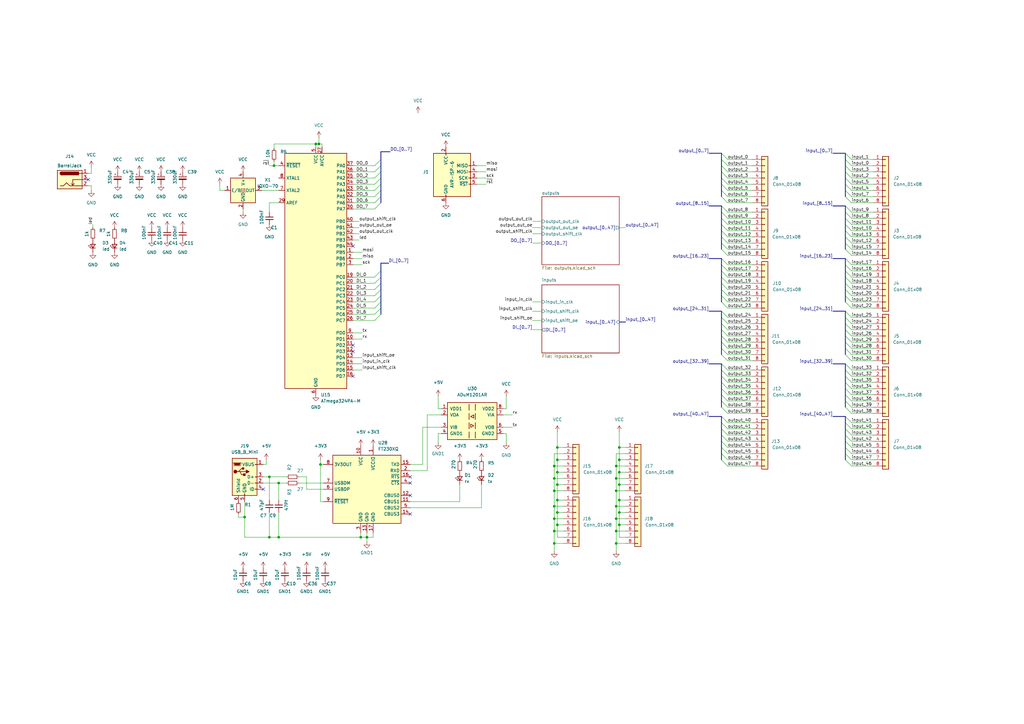
<source format=kicad_sch>
(kicad_sch (version 20211123) (generator eeschema)
  (paper "A3")
  (junction (at 227.33 191.135))
  (junction (at 227.33 217.805))
  (junction (at 252.73 222.885))
  (junction (at 252.73 207.645))
  (junction (at 252.73 212.725))
  (junction (at 254 193.675))
  (junction (at 228.6 193.675))
  (junction (at 110.49 195.58))
  (junction (at 112.395 67.945))
  (junction (at 147.955 220.345))
  (junction (at 227.33 212.725))
  (junction (at 228.6 198.755))
  (junction (at 114.3 220.345))
  (junction (at 228.6 188.595))
  (junction (at 254 215.265))
  (junction (at 254 210.185))
  (junction (at 254 205.105))
  (junction (at 227.33 222.885))
  (junction (at 228.6 205.105))
  (junction (at 129.54 59.055))
  (junction (at 114.3 198.12))
  (junction (at 227.33 207.645))
  (junction (at 254 188.595))
  (junction (at 131.445 190.5))
  (junction (at 252.73 196.215))
  (junction (at 227.33 196.215))
  (junction (at 227.33 201.295))
  (junction (at 228.6 210.185))
  (junction (at 228.6 183.515))
  (junction (at 254 198.755))
  (junction (at 110.49 220.345))
  (junction (at 252.73 201.295))
  (junction (at 254 183.515))
  (junction (at 252.73 217.805))
  (junction (at 252.73 191.135))
  (junction (at 150.495 220.345))
  (junction (at 228.6 215.265))
  (junction (at 100.33 212.09))
  (junction (at 130.81 59.055))
  (no_connect (at 168.275 195.58))
  (no_connect (at 168.275 198.12))
  (no_connect (at 36.195 73.66))
  (no_connect (at 107.95 200.66))
  (no_connect (at 144.78 154.305))
  (no_connect (at 144.78 100.965))
  (no_connect (at 144.78 144.145))
  (no_connect (at 144.78 141.605))
  (no_connect (at 168.275 210.82))
  (no_connect (at 168.275 203.2))
  (bus_entry (at 295.91 137.795) (size 2.54 2.54))
  (bus_entry (at 153.67 83.185) (size 2.54 -2.54))
  (bus_entry (at 295.91 70.485) (size 2.54 2.54))
  (bus_entry (at 153.67 128.905) (size 2.54 -2.54))
  (bus_entry (at 295.91 97.155) (size 2.54 2.54))
  (bus_entry (at 295.91 167.005) (size 2.54 2.54))
  (bus_entry (at 346.71 156.845) (size 2.54 2.54))
  (bus_entry (at 346.71 142.875) (size 2.54 2.54))
  (bus_entry (at 295.91 161.925) (size 2.54 2.54))
  (bus_entry (at 346.71 99.695) (size 2.54 2.54))
  (bus_entry (at 295.91 62.865) (size 2.54 2.54))
  (bus_entry (at 295.91 178.435) (size 2.54 2.54))
  (bus_entry (at 346.71 145.415) (size 2.54 2.54))
  (bus_entry (at 295.91 75.565) (size 2.54 2.54))
  (bus_entry (at 295.91 99.695) (size 2.54 2.54))
  (bus_entry (at 346.71 135.255) (size 2.54 2.54))
  (bus_entry (at 346.71 159.385) (size 2.54 2.54))
  (bus_entry (at 295.91 154.305) (size 2.54 2.54))
  (bus_entry (at 346.71 137.795) (size 2.54 2.54))
  (bus_entry (at 153.67 85.725) (size 2.54 -2.54))
  (bus_entry (at 153.67 73.025) (size 2.54 -2.54))
  (bus_entry (at 295.91 145.415) (size 2.54 2.54))
  (bus_entry (at 295.91 151.765) (size 2.54 2.54))
  (bus_entry (at 346.71 106.045) (size 2.54 2.54))
  (bus_entry (at 153.67 75.565) (size 2.54 -2.54))
  (bus_entry (at 153.67 80.645) (size 2.54 -2.54))
  (bus_entry (at 346.71 154.305) (size 2.54 2.54))
  (bus_entry (at 346.71 180.975) (size 2.54 2.54))
  (bus_entry (at 295.91 156.845) (size 2.54 2.54))
  (bus_entry (at 346.71 167.005) (size 2.54 2.54))
  (bus_entry (at 153.67 121.285) (size 2.54 -2.54))
  (bus_entry (at 295.91 142.875) (size 2.54 2.54))
  (bus_entry (at 346.71 127.635) (size 2.54 2.54))
  (bus_entry (at 346.71 111.125) (size 2.54 2.54))
  (bus_entry (at 295.91 175.895) (size 2.54 2.54))
  (bus_entry (at 346.71 80.645) (size 2.54 2.54))
  (bus_entry (at 295.91 188.595) (size 2.54 2.54))
  (bus_entry (at 295.91 84.455) (size 2.54 2.54))
  (bus_entry (at 295.91 106.045) (size 2.54 2.54))
  (bus_entry (at 295.91 123.825) (size 2.54 2.54))
  (bus_entry (at 295.91 73.025) (size 2.54 2.54))
  (bus_entry (at 346.71 65.405) (size 2.54 2.54))
  (bus_entry (at 346.71 140.335) (size 2.54 2.54))
  (bus_entry (at 295.91 89.535) (size 2.54 2.54))
  (bus_entry (at 295.91 92.075) (size 2.54 2.54))
  (bus_entry (at 346.71 75.565) (size 2.54 2.54))
  (bus_entry (at 346.71 118.745) (size 2.54 2.54))
  (bus_entry (at 346.71 102.235) (size 2.54 2.54))
  (bus_entry (at 346.71 132.715) (size 2.54 2.54))
  (bus_entry (at 295.91 130.175) (size 2.54 2.54))
  (bus_entry (at 295.91 86.995) (size 2.54 2.54))
  (bus_entry (at 295.91 116.205) (size 2.54 2.54))
  (bus_entry (at 346.71 149.225) (size 2.54 2.54))
  (bus_entry (at 346.71 94.615) (size 2.54 2.54))
  (bus_entry (at 153.67 118.745) (size 2.54 -2.54))
  (bus_entry (at 153.67 70.485) (size 2.54 -2.54))
  (bus_entry (at 295.91 170.815) (size 2.54 2.54))
  (bus_entry (at 346.71 121.285) (size 2.54 2.54))
  (bus_entry (at 153.67 67.945) (size 2.54 -2.54))
  (bus_entry (at 346.71 86.995) (size 2.54 2.54))
  (bus_entry (at 346.71 73.025) (size 2.54 2.54))
  (bus_entry (at 295.91 127.635) (size 2.54 2.54))
  (bus_entry (at 295.91 180.975) (size 2.54 2.54))
  (bus_entry (at 295.91 80.645) (size 2.54 2.54))
  (bus_entry (at 295.91 121.285) (size 2.54 2.54))
  (bus_entry (at 346.71 130.175) (size 2.54 2.54))
  (bus_entry (at 295.91 113.665) (size 2.54 2.54))
  (bus_entry (at 295.91 111.125) (size 2.54 2.54))
  (bus_entry (at 295.91 65.405) (size 2.54 2.54))
  (bus_entry (at 346.71 84.455) (size 2.54 2.54))
  (bus_entry (at 346.71 62.865) (size 2.54 2.54))
  (bus_entry (at 295.91 94.615) (size 2.54 2.54))
  (bus_entry (at 295.91 78.105) (size 2.54 2.54))
  (bus_entry (at 346.71 164.465) (size 2.54 2.54))
  (bus_entry (at 346.71 161.925) (size 2.54 2.54))
  (bus_entry (at 295.91 108.585) (size 2.54 2.54))
  (bus_entry (at 153.67 131.445) (size 2.54 -2.54))
  (bus_entry (at 295.91 164.465) (size 2.54 2.54))
  (bus_entry (at 346.71 89.535) (size 2.54 2.54))
  (bus_entry (at 295.91 102.235) (size 2.54 2.54))
  (bus_entry (at 346.71 151.765) (size 2.54 2.54))
  (bus_entry (at 346.71 183.515) (size 2.54 2.54))
  (bus_entry (at 346.71 175.895) (size 2.54 2.54))
  (bus_entry (at 295.91 118.745) (size 2.54 2.54))
  (bus_entry (at 295.91 132.715) (size 2.54 2.54))
  (bus_entry (at 153.67 113.665) (size 2.54 -2.54))
  (bus_entry (at 346.71 67.945) (size 2.54 2.54))
  (bus_entry (at 346.71 116.205) (size 2.54 2.54))
  (bus_entry (at 346.71 92.075) (size 2.54 2.54))
  (bus_entry (at 295.91 159.385) (size 2.54 2.54))
  (bus_entry (at 295.91 186.055) (size 2.54 2.54))
  (bus_entry (at 153.67 116.205) (size 2.54 -2.54))
  (bus_entry (at 346.71 188.595) (size 2.54 2.54))
  (bus_entry (at 346.71 123.825) (size 2.54 2.54))
  (bus_entry (at 346.71 108.585) (size 2.54 2.54))
  (bus_entry (at 153.67 78.105) (size 2.54 -2.54))
  (bus_entry (at 295.91 183.515) (size 2.54 2.54))
  (bus_entry (at 295.91 135.255) (size 2.54 2.54))
  (bus_entry (at 346.71 70.485) (size 2.54 2.54))
  (bus_entry (at 153.67 123.825) (size 2.54 -2.54))
  (bus_entry (at 153.67 126.365) (size 2.54 -2.54))
  (bus_entry (at 295.91 140.335) (size 2.54 2.54))
  (bus_entry (at 295.91 173.355) (size 2.54 2.54))
  (bus_entry (at 346.71 186.055) (size 2.54 2.54))
  (bus_entry (at 346.71 173.355) (size 2.54 2.54))
  (bus_entry (at 346.71 113.665) (size 2.54 2.54))
  (bus_entry (at 295.91 149.225) (size 2.54 2.54))
  (bus_entry (at 346.71 97.155) (size 2.54 2.54))
  (bus_entry (at 346.71 78.105) (size 2.54 2.54))
  (bus_entry (at 346.71 170.815) (size 2.54 2.54))
  (bus_entry (at 295.91 67.945) (size 2.54 2.54))
  (bus_entry (at 346.71 178.435) (size 2.54 2.54))
  (bus (pts (xy 346.71 151.765) (xy 346.71 149.225)))
  (bus (pts (xy 295.91 67.945) (xy 295.91 65.405)))
  (wire (pts (xy 298.45 137.795) (xy 308.61 137.795)))
  (wire (pts (xy 150.495 218.44) (xy 150.495 220.345)))
  (wire (pts (xy 144.78 93.345) (xy 147.32 93.345)))
  (bus (pts (xy 346.71 97.155) (xy 346.71 94.615)))
  (wire (pts (xy 349.25 113.665) (xy 358.14 113.665)))
  (wire (pts (xy 227.33 201.295) (xy 231.14 201.295)))
  (wire (pts (xy 131.445 205.74) (xy 132.715 205.74)))
  (bus (pts (xy 295.91 145.415) (xy 295.91 142.875)))
  (wire (pts (xy 349.25 75.565) (xy 358.14 75.565)))
  (wire (pts (xy 147.955 218.44) (xy 147.955 220.345)))
  (wire (pts (xy 252.73 207.645) (xy 252.73 212.725)))
  (wire (pts (xy 207.645 167.64) (xy 206.375 167.64)))
  (wire (pts (xy 195.58 67.945) (xy 199.39 67.945)))
  (wire (pts (xy 218.44 93.345) (xy 222.25 93.345)))
  (bus (pts (xy 290.83 149.225) (xy 295.91 149.225)))
  (wire (pts (xy 228.6 215.265) (xy 228.6 220.345)))
  (bus (pts (xy 156.21 123.825) (xy 156.21 121.285)))
  (bus (pts (xy 346.71 135.255) (xy 346.71 132.715)))
  (wire (pts (xy 298.45 169.545) (xy 308.61 169.545)))
  (bus (pts (xy 346.71 140.335) (xy 346.71 137.795)))
  (wire (pts (xy 349.25 147.955) (xy 358.14 147.955)))
  (wire (pts (xy 36.195 76.2) (xy 37.465 76.2)))
  (wire (pts (xy 227.33 196.215) (xy 231.14 196.215)))
  (wire (pts (xy 144.78 75.565) (xy 153.67 75.565)))
  (bus (pts (xy 341.63 106.045) (xy 346.71 106.045)))
  (wire (pts (xy 254 215.265) (xy 254 220.345)))
  (wire (pts (xy 112.395 59.055) (xy 112.395 60.96)))
  (wire (pts (xy 144.78 95.885) (xy 147.32 95.885)))
  (wire (pts (xy 298.45 89.535) (xy 308.61 89.535)))
  (wire (pts (xy 228.6 210.185) (xy 231.14 210.185)))
  (wire (pts (xy 227.33 191.135) (xy 227.33 196.215)))
  (wire (pts (xy 349.25 159.385) (xy 358.14 159.385)))
  (wire (pts (xy 349.25 161.925) (xy 358.14 161.925)))
  (wire (pts (xy 252.73 196.215) (xy 256.54 196.215)))
  (wire (pts (xy 254 183.515) (xy 254 188.595)))
  (wire (pts (xy 298.45 118.745) (xy 308.61 118.745)))
  (wire (pts (xy 150.495 220.345) (xy 153.035 220.345)))
  (wire (pts (xy 298.45 83.185) (xy 308.61 83.185)))
  (wire (pts (xy 298.45 108.585) (xy 308.61 108.585)))
  (wire (pts (xy 349.25 118.745) (xy 358.14 118.745)))
  (wire (pts (xy 107.315 78.105) (xy 114.3 78.105)))
  (wire (pts (xy 349.25 108.585) (xy 358.14 108.585)))
  (wire (pts (xy 252.73 201.295) (xy 256.54 201.295)))
  (wire (pts (xy 254 205.105) (xy 256.54 205.105)))
  (wire (pts (xy 122.555 198.12) (xy 132.715 198.12)))
  (bus (pts (xy 156.21 75.565) (xy 156.21 73.025)))
  (wire (pts (xy 254 220.345) (xy 256.54 220.345)))
  (wire (pts (xy 349.25 175.895) (xy 358.14 175.895)))
  (wire (pts (xy 349.25 173.355) (xy 358.14 173.355)))
  (wire (pts (xy 114.3 210.185) (xy 114.3 220.345)))
  (bus (pts (xy 295.91 183.515) (xy 295.91 180.975)))
  (wire (pts (xy 298.45 175.895) (xy 308.61 175.895)))
  (wire (pts (xy 218.44 127.635) (xy 222.25 127.635)))
  (wire (pts (xy 349.25 86.995) (xy 358.14 86.995)))
  (wire (pts (xy 144.78 113.665) (xy 153.67 113.665)))
  (wire (pts (xy 252.73 191.135) (xy 256.54 191.135)))
  (wire (pts (xy 100.33 205.74) (xy 100.33 212.09)))
  (wire (pts (xy 298.45 135.255) (xy 308.61 135.255)))
  (bus (pts (xy 295.91 123.825) (xy 295.91 121.285)))
  (wire (pts (xy 298.45 191.135) (xy 308.61 191.135)))
  (wire (pts (xy 109.22 188.595) (xy 109.22 190.5)))
  (bus (pts (xy 156.21 111.125) (xy 156.21 107.95)))
  (wire (pts (xy 231.14 207.645) (xy 227.33 207.645)))
  (wire (pts (xy 349.25 78.105) (xy 358.14 78.105)))
  (bus (pts (xy 295.91 137.795) (xy 295.91 135.255)))
  (bus (pts (xy 156.21 65.405) (xy 156.21 62.23)))
  (bus (pts (xy 156.21 70.485) (xy 156.21 67.945)))
  (wire (pts (xy 298.45 123.825) (xy 308.61 123.825)))
  (wire (pts (xy 97.79 212.09) (xy 100.33 212.09)))
  (bus (pts (xy 346.71 173.355) (xy 346.71 170.815)))
  (bus (pts (xy 341.63 149.225) (xy 346.71 149.225)))
  (bus (pts (xy 156.21 67.945) (xy 156.21 65.405)))
  (wire (pts (xy 298.45 78.105) (xy 308.61 78.105)))
  (wire (pts (xy 144.78 131.445) (xy 153.67 131.445)))
  (wire (pts (xy 227.33 212.725) (xy 231.14 212.725)))
  (bus (pts (xy 156.21 107.95) (xy 159.385 107.95)))
  (bus (pts (xy 156.21 116.205) (xy 156.21 113.665)))
  (wire (pts (xy 122.555 195.58) (xy 125.73 195.58)))
  (wire (pts (xy 252.73 212.725) (xy 256.54 212.725)))
  (wire (pts (xy 252.73 217.805) (xy 252.73 222.885)))
  (wire (pts (xy 349.25 183.515) (xy 358.14 183.515)))
  (wire (pts (xy 188.595 205.74) (xy 188.595 198.755)))
  (wire (pts (xy 144.78 146.685) (xy 148.59 146.685)))
  (wire (pts (xy 298.45 97.155) (xy 308.61 97.155)))
  (wire (pts (xy 254 177.165) (xy 254 183.515)))
  (wire (pts (xy 175.26 170.18) (xy 175.26 193.04)))
  (bus (pts (xy 346.71 167.005) (xy 346.71 164.465)))
  (bus (pts (xy 290.83 106.045) (xy 295.91 106.045)))
  (wire (pts (xy 131.445 188.595) (xy 131.445 190.5)))
  (wire (pts (xy 109.22 190.5) (xy 107.95 190.5)))
  (wire (pts (xy 179.705 167.64) (xy 180.975 167.64)))
  (wire (pts (xy 112.395 66.04) (xy 112.395 67.945)))
  (wire (pts (xy 349.25 154.305) (xy 358.14 154.305)))
  (wire (pts (xy 110.49 195.58) (xy 110.49 205.105)))
  (bus (pts (xy 295.91 86.995) (xy 295.91 84.455)))
  (wire (pts (xy 252.73 186.055) (xy 256.54 186.055)))
  (bus (pts (xy 295.91 156.845) (xy 295.91 154.305)))
  (wire (pts (xy 349.25 142.875) (xy 358.14 142.875)))
  (wire (pts (xy 37.465 71.12) (xy 36.195 71.12)))
  (bus (pts (xy 346.71 156.845) (xy 346.71 154.305)))
  (bus (pts (xy 295.91 108.585) (xy 295.91 106.045)))
  (wire (pts (xy 349.25 104.775) (xy 358.14 104.775)))
  (wire (pts (xy 298.45 70.485) (xy 308.61 70.485)))
  (wire (pts (xy 144.78 70.485) (xy 153.67 70.485)))
  (wire (pts (xy 131.445 190.5) (xy 131.445 205.74)))
  (bus (pts (xy 295.91 80.645) (xy 295.91 78.105)))
  (wire (pts (xy 349.25 121.285) (xy 358.14 121.285)))
  (wire (pts (xy 349.25 116.205) (xy 358.14 116.205)))
  (wire (pts (xy 254 193.675) (xy 254 198.755)))
  (bus (pts (xy 346.71 89.535) (xy 346.71 86.995)))
  (wire (pts (xy 144.78 67.945) (xy 153.67 67.945)))
  (bus (pts (xy 295.91 167.005) (xy 295.91 164.465)))
  (wire (pts (xy 349.25 67.945) (xy 358.14 67.945)))
  (bus (pts (xy 295.91 186.055) (xy 295.91 183.515)))
  (wire (pts (xy 349.25 73.025) (xy 358.14 73.025)))
  (wire (pts (xy 114.3 67.945) (xy 112.395 67.945)))
  (wire (pts (xy 228.6 188.595) (xy 228.6 193.675)))
  (wire (pts (xy 144.78 78.105) (xy 153.67 78.105)))
  (wire (pts (xy 298.45 130.175) (xy 308.61 130.175)))
  (bus (pts (xy 341.63 170.815) (xy 346.71 170.815)))
  (wire (pts (xy 125.73 200.66) (xy 132.715 200.66)))
  (bus (pts (xy 295.91 178.435) (xy 295.91 175.895)))
  (wire (pts (xy 110.49 195.58) (xy 117.475 195.58)))
  (wire (pts (xy 130.81 56.515) (xy 130.81 59.055)))
  (wire (pts (xy 298.45 188.595) (xy 308.61 188.595)))
  (bus (pts (xy 346.71 108.585) (xy 346.71 106.045)))
  (bus (pts (xy 295.91 130.175) (xy 295.91 127.635)))
  (wire (pts (xy 256.54 222.885) (xy 252.73 222.885)))
  (wire (pts (xy 298.45 121.285) (xy 308.61 121.285)))
  (wire (pts (xy 110.49 83.185) (xy 110.49 86.995)))
  (wire (pts (xy 218.44 95.885) (xy 222.25 95.885)))
  (wire (pts (xy 298.45 159.385) (xy 308.61 159.385)))
  (bus (pts (xy 346.71 92.075) (xy 346.71 89.535)))
  (wire (pts (xy 349.25 167.005) (xy 358.14 167.005)))
  (bus (pts (xy 346.71 132.715) (xy 346.71 130.175)))
  (wire (pts (xy 144.78 80.645) (xy 153.67 80.645)))
  (bus (pts (xy 295.91 140.335) (xy 295.91 137.795)))
  (bus (pts (xy 346.71 78.105) (xy 346.71 75.565)))
  (bus (pts (xy 346.71 111.125) (xy 346.71 108.585)))
  (wire (pts (xy 298.45 67.945) (xy 308.61 67.945)))
  (wire (pts (xy 349.25 178.435) (xy 358.14 178.435)))
  (wire (pts (xy 173.355 190.5) (xy 168.275 190.5)))
  (bus (pts (xy 295.91 173.355) (xy 295.91 170.815)))
  (bus (pts (xy 346.71 67.945) (xy 346.71 65.405)))
  (wire (pts (xy 195.58 75.565) (xy 199.39 75.565)))
  (bus (pts (xy 346.71 94.615) (xy 346.71 92.075)))
  (wire (pts (xy 227.33 217.805) (xy 227.33 222.885)))
  (wire (pts (xy 144.78 73.025) (xy 153.67 73.025)))
  (wire (pts (xy 153.035 220.345) (xy 153.035 218.44)))
  (bus (pts (xy 295.91 180.975) (xy 295.91 178.435)))
  (wire (pts (xy 349.25 132.715) (xy 358.14 132.715)))
  (wire (pts (xy 298.45 167.005) (xy 308.61 167.005)))
  (wire (pts (xy 252.73 201.295) (xy 252.73 207.645)))
  (wire (pts (xy 144.78 106.045) (xy 148.59 106.045)))
  (wire (pts (xy 144.78 116.205) (xy 153.67 116.205)))
  (wire (pts (xy 180.975 175.26) (xy 173.355 175.26)))
  (wire (pts (xy 298.45 186.055) (xy 308.61 186.055)))
  (wire (pts (xy 147.955 220.345) (xy 150.495 220.345)))
  (bus (pts (xy 290.83 170.815) (xy 295.91 170.815)))
  (bus (pts (xy 346.71 102.235) (xy 346.71 99.695)))
  (wire (pts (xy 144.78 123.825) (xy 153.67 123.825)))
  (wire (pts (xy 254 188.595) (xy 256.54 188.595)))
  (wire (pts (xy 349.25 97.155) (xy 358.14 97.155)))
  (wire (pts (xy 228.6 215.265) (xy 231.14 215.265)))
  (wire (pts (xy 298.45 102.235) (xy 308.61 102.235)))
  (wire (pts (xy 231.14 222.885) (xy 227.33 222.885)))
  (wire (pts (xy 228.6 220.345) (xy 231.14 220.345)))
  (wire (pts (xy 227.33 217.805) (xy 231.14 217.805)))
  (bus (pts (xy 156.21 121.285) (xy 156.21 118.745)))
  (wire (pts (xy 349.25 169.545) (xy 358.14 169.545)))
  (wire (pts (xy 298.45 80.645) (xy 308.61 80.645)))
  (bus (pts (xy 346.71 164.465) (xy 346.71 161.925)))
  (bus (pts (xy 346.71 75.565) (xy 346.71 73.025)))
  (wire (pts (xy 349.25 164.465) (xy 358.14 164.465)))
  (wire (pts (xy 349.25 135.255) (xy 358.14 135.255)))
  (bus (pts (xy 346.71 183.515) (xy 346.71 180.975)))
  (bus (pts (xy 295.91 94.615) (xy 295.91 92.075)))
  (wire (pts (xy 110.49 220.345) (xy 114.3 220.345)))
  (bus (pts (xy 346.71 180.975) (xy 346.71 178.435)))
  (bus (pts (xy 295.91 65.405) (xy 295.91 62.865)))
  (wire (pts (xy 349.25 130.175) (xy 358.14 130.175)))
  (wire (pts (xy 144.78 83.185) (xy 153.67 83.185)))
  (wire (pts (xy 298.45 147.955) (xy 308.61 147.955)))
  (wire (pts (xy 114.3 205.105) (xy 114.3 198.12)))
  (wire (pts (xy 168.275 205.74) (xy 188.595 205.74)))
  (bus (pts (xy 290.83 84.455) (xy 295.91 84.455)))
  (wire (pts (xy 228.6 198.755) (xy 231.14 198.755)))
  (wire (pts (xy 144.78 98.425) (xy 147.32 98.425)))
  (wire (pts (xy 227.33 207.645) (xy 227.33 212.725)))
  (wire (pts (xy 112.395 67.945) (xy 110.49 67.945)))
  (wire (pts (xy 92.075 78.105) (xy 90.17 78.105)))
  (wire (pts (xy 100.33 212.09) (xy 100.33 220.345)))
  (bus (pts (xy 295.91 111.125) (xy 295.91 108.585)))
  (wire (pts (xy 349.25 99.695) (xy 358.14 99.695)))
  (wire (pts (xy 179.705 177.8) (xy 179.705 181.61)))
  (wire (pts (xy 129.54 59.055) (xy 130.81 59.055)))
  (bus (pts (xy 156.21 80.645) (xy 156.21 78.105)))
  (bus (pts (xy 346.71 175.895) (xy 346.71 173.355)))
  (wire (pts (xy 252.73 212.725) (xy 252.73 217.805)))
  (bus (pts (xy 346.71 188.595) (xy 346.71 186.055)))
  (wire (pts (xy 144.78 103.505) (xy 148.59 103.505)))
  (wire (pts (xy 298.45 126.365) (xy 308.61 126.365)))
  (wire (pts (xy 114.3 220.345) (xy 147.955 220.345)))
  (bus (pts (xy 295.91 89.535) (xy 295.91 86.995)))
  (wire (pts (xy 254 198.755) (xy 256.54 198.755)))
  (wire (pts (xy 227.33 186.055) (xy 231.14 186.055)))
  (bus (pts (xy 290.83 62.865) (xy 295.91 62.865)))
  (wire (pts (xy 252.73 217.805) (xy 256.54 217.805)))
  (bus (pts (xy 156.21 113.665) (xy 156.21 111.125)))
  (wire (pts (xy 107.95 198.12) (xy 114.3 198.12)))
  (wire (pts (xy 298.45 86.995) (xy 308.61 86.995)))
  (bus (pts (xy 346.71 186.055) (xy 346.71 183.515)))
  (bus (pts (xy 156.21 83.185) (xy 156.21 80.645)))
  (bus (pts (xy 156.21 73.025) (xy 156.21 70.485)))
  (wire (pts (xy 227.33 191.135) (xy 231.14 191.135)))
  (wire (pts (xy 298.45 116.205) (xy 308.61 116.205)))
  (wire (pts (xy 298.45 173.355) (xy 308.61 173.355)))
  (wire (pts (xy 349.25 111.125) (xy 358.14 111.125)))
  (wire (pts (xy 298.45 132.715) (xy 308.61 132.715)))
  (bus (pts (xy 346.71 118.745) (xy 346.71 116.205)))
  (wire (pts (xy 298.45 99.695) (xy 308.61 99.695)))
  (wire (pts (xy 349.25 137.795) (xy 358.14 137.795)))
  (wire (pts (xy 228.6 193.675) (xy 231.14 193.675)))
  (wire (pts (xy 90.17 78.105) (xy 90.17 75.565)))
  (wire (pts (xy 207.645 162.56) (xy 207.645 167.64)))
  (wire (pts (xy 173.355 175.26) (xy 173.355 190.5)))
  (wire (pts (xy 298.45 94.615) (xy 308.61 94.615)))
  (wire (pts (xy 349.25 92.075) (xy 358.14 92.075)))
  (wire (pts (xy 349.25 94.615) (xy 358.14 94.615)))
  (bus (pts (xy 156.21 62.23) (xy 160.02 62.23)))
  (bus (pts (xy 295.91 118.745) (xy 295.91 116.205)))
  (wire (pts (xy 218.44 90.805) (xy 222.25 90.805)))
  (wire (pts (xy 298.45 142.875) (xy 308.61 142.875)))
  (wire (pts (xy 197.485 208.28) (xy 168.275 208.28)))
  (bus (pts (xy 346.71 130.175) (xy 346.71 127.635)))
  (wire (pts (xy 298.45 104.775) (xy 308.61 104.775)))
  (wire (pts (xy 107.95 195.58) (xy 110.49 195.58)))
  (bus (pts (xy 346.71 99.695) (xy 346.71 97.155)))
  (wire (pts (xy 252.73 191.135) (xy 252.73 196.215)))
  (wire (pts (xy 175.26 193.04) (xy 168.275 193.04)))
  (wire (pts (xy 298.45 73.025) (xy 308.61 73.025)))
  (wire (pts (xy 298.45 140.335) (xy 308.61 140.335)))
  (wire (pts (xy 227.33 212.725) (xy 227.33 217.805)))
  (bus (pts (xy 156.21 128.905) (xy 156.21 126.365)))
  (wire (pts (xy 349.25 89.535) (xy 358.14 89.535)))
  (bus (pts (xy 346.71 113.665) (xy 346.71 111.125)))
  (bus (pts (xy 346.71 123.825) (xy 346.71 121.285)))
  (wire (pts (xy 298.45 92.075) (xy 308.61 92.075)))
  (wire (pts (xy 349.25 186.055) (xy 358.14 186.055)))
  (wire (pts (xy 254 183.515) (xy 256.54 183.515)))
  (bus (pts (xy 156.21 78.105) (xy 156.21 75.565)))
  (bus (pts (xy 346.71 161.925) (xy 346.71 159.385)))
  (wire (pts (xy 228.6 177.165) (xy 228.6 183.515)))
  (bus (pts (xy 295.91 97.155) (xy 295.91 94.615)))
  (wire (pts (xy 349.25 151.765) (xy 358.14 151.765)))
  (bus (pts (xy 295.91 102.235) (xy 295.91 99.695)))
  (wire (pts (xy 144.78 126.365) (xy 153.67 126.365)))
  (wire (pts (xy 132.08 59.055) (xy 132.08 60.325)))
  (wire (pts (xy 228.6 188.595) (xy 231.14 188.595)))
  (bus (pts (xy 346.71 116.205) (xy 346.71 113.665)))
  (wire (pts (xy 254 210.185) (xy 254 215.265)))
  (bus (pts (xy 346.71 178.435) (xy 346.71 175.895)))
  (wire (pts (xy 349.25 80.645) (xy 358.14 80.645)))
  (bus (pts (xy 295.91 159.385) (xy 295.91 156.845)))
  (wire (pts (xy 298.45 164.465) (xy 308.61 164.465)))
  (wire (pts (xy 180.975 177.8) (xy 179.705 177.8)))
  (wire (pts (xy 254 215.265) (xy 256.54 215.265)))
  (wire (pts (xy 144.78 128.905) (xy 153.67 128.905)))
  (wire (pts (xy 131.445 190.5) (xy 132.715 190.5)))
  (wire (pts (xy 38.1 92.075) (xy 38.1 93.345)))
  (bus (pts (xy 295.91 73.025) (xy 295.91 70.485)))
  (wire (pts (xy 37.465 76.2) (xy 37.465 78.105)))
  (wire (pts (xy 298.45 65.405) (xy 308.61 65.405)))
  (wire (pts (xy 195.58 73.025) (xy 199.39 73.025)))
  (bus (pts (xy 346.71 80.645) (xy 346.71 78.105)))
  (wire (pts (xy 349.25 65.405) (xy 358.14 65.405)))
  (bus (pts (xy 346.71 154.305) (xy 346.71 151.765)))
  (bus (pts (xy 290.83 127.635) (xy 295.91 127.635)))
  (wire (pts (xy 144.78 151.765) (xy 148.59 151.765)))
  (wire (pts (xy 228.6 183.515) (xy 228.6 188.595)))
  (wire (pts (xy 298.45 180.975) (xy 308.61 180.975)))
  (wire (pts (xy 298.45 183.515) (xy 308.61 183.515)))
  (wire (pts (xy 114.3 83.185) (xy 110.49 83.185)))
  (bus (pts (xy 341.63 62.865) (xy 346.71 62.865)))
  (wire (pts (xy 144.78 149.225) (xy 148.59 149.225)))
  (wire (pts (xy 99.695 85.725) (xy 99.695 86.995)))
  (bus (pts (xy 346.71 137.795) (xy 346.71 135.255)))
  (wire (pts (xy 298.45 113.665) (xy 308.61 113.665)))
  (wire (pts (xy 210.185 175.26) (xy 206.375 175.26)))
  (bus (pts (xy 156.21 126.365) (xy 156.21 123.825)))
  (bus (pts (xy 295.91 175.895) (xy 295.91 173.355)))
  (wire (pts (xy 207.645 177.8) (xy 207.645 181.61)))
  (bus (pts (xy 254 132.08) (xy 256.54 132.08)))
  (wire (pts (xy 298.45 145.415) (xy 308.61 145.415)))
  (wire (pts (xy 252.73 186.055) (xy 252.73 191.135)))
  (wire (pts (xy 349.25 140.335) (xy 358.14 140.335)))
  (wire (pts (xy 144.78 121.285) (xy 153.67 121.285)))
  (wire (pts (xy 125.73 195.58) (xy 125.73 200.66)))
  (wire (pts (xy 228.6 205.105) (xy 228.6 210.185)))
  (wire (pts (xy 349.25 123.825) (xy 358.14 123.825)))
  (bus (pts (xy 295.91 132.715) (xy 295.91 130.175)))
  (wire (pts (xy 97.79 210.82) (xy 97.79 212.09)))
  (bus (pts (xy 346.71 142.875) (xy 346.71 140.335)))
  (wire (pts (xy 144.78 90.805) (xy 147.32 90.805)))
  (wire (pts (xy 228.6 205.105) (xy 231.14 205.105)))
  (bus (pts (xy 346.71 121.285) (xy 346.71 118.745)))
  (wire (pts (xy 228.6 193.675) (xy 228.6 198.755)))
  (wire (pts (xy 144.78 139.065) (xy 148.59 139.065)))
  (bus (pts (xy 295.91 154.305) (xy 295.91 151.765)))
  (bus (pts (xy 346.71 159.385) (xy 346.71 156.845)))
  (bus (pts (xy 295.91 151.765) (xy 295.91 149.225)))
  (wire (pts (xy 197.485 198.755) (xy 197.485 208.28)))
  (wire (pts (xy 349.25 188.595) (xy 358.14 188.595)))
  (wire (pts (xy 298.45 154.305) (xy 308.61 154.305)))
  (wire (pts (xy 349.25 126.365) (xy 358.14 126.365)))
  (wire (pts (xy 254 198.755) (xy 254 205.105)))
  (wire (pts (xy 218.44 131.445) (xy 222.25 131.445)))
  (wire (pts (xy 256.54 207.645) (xy 252.73 207.645)))
  (wire (pts (xy 228.6 183.515) (xy 231.14 183.515)))
  (wire (pts (xy 254 188.595) (xy 254 193.675)))
  (wire (pts (xy 298.45 75.565) (xy 308.61 75.565)))
  (wire (pts (xy 228.6 210.185) (xy 228.6 215.265)))
  (wire (pts (xy 144.78 118.745) (xy 153.67 118.745)))
  (wire (pts (xy 114.3 198.12) (xy 117.475 198.12)))
  (wire (pts (xy 298.45 178.435) (xy 308.61 178.435)))
  (wire (pts (xy 37.465 68.58) (xy 37.465 71.12)))
  (wire (pts (xy 298.45 151.765) (xy 308.61 151.765)))
  (wire (pts (xy 195.58 70.485) (xy 199.39 70.485)))
  (bus (pts (xy 295.91 164.465) (xy 295.91 161.925)))
  (bus (pts (xy 346.71 70.485) (xy 346.71 67.945)))
  (wire (pts (xy 227.33 222.885) (xy 227.33 226.06)))
  (wire (pts (xy 218.44 99.695) (xy 222.25 99.695)))
  (wire (pts (xy 129.54 59.055) (xy 129.54 60.325)))
  (wire (pts (xy 298.45 111.125) (xy 308.61 111.125)))
  (bus (pts (xy 295.91 92.075) (xy 295.91 89.535)))
  (bus (pts (xy 295.91 135.255) (xy 295.91 132.715)))
  (wire (pts (xy 129.54 59.055) (xy 112.395 59.055)))
  (wire (pts (xy 228.6 198.755) (xy 228.6 205.105)))
  (wire (pts (xy 349.25 180.975) (xy 358.14 180.975)))
  (wire (pts (xy 227.33 186.055) (xy 227.33 191.135)))
  (bus (pts (xy 346.71 86.995) (xy 346.71 84.455)))
  (wire (pts (xy 144.78 108.585) (xy 148.59 108.585)))
  (bus (pts (xy 295.91 116.205) (xy 295.91 113.665)))
  (wire (pts (xy 254 93.345) (xy 256.54 93.345)))
  (wire (pts (xy 218.44 123.825) (xy 222.25 123.825)))
  (wire (pts (xy 100.33 220.345) (xy 110.49 220.345)))
  (bus (pts (xy 295.91 121.285) (xy 295.91 118.745)))
  (wire (pts (xy 148.59 136.525) (xy 144.78 136.525)))
  (wire (pts (xy 218.44 135.255) (xy 222.25 135.255)))
  (bus (pts (xy 341.63 127.635) (xy 346.71 127.635)))
  (wire (pts (xy 298.45 161.925) (xy 308.61 161.925)))
  (wire (pts (xy 252.73 222.885) (xy 252.73 226.06)))
  (wire (pts (xy 144.78 85.725) (xy 153.67 85.725)))
  (wire (pts (xy 349.25 145.415) (xy 358.14 145.415)))
  (bus (pts (xy 295.91 161.925) (xy 295.91 159.385)))
  (bus (pts (xy 295.91 188.595) (xy 295.91 186.055)))
  (wire (pts (xy 227.33 196.215) (xy 227.33 201.295)))
  (wire (pts (xy 349.25 102.235) (xy 358.14 102.235)))
  (bus (pts (xy 295.91 70.485) (xy 295.91 67.945)))
  (bus (pts (xy 346.71 145.415) (xy 346.71 142.875)))
  (wire (pts (xy 252.73 196.215) (xy 252.73 201.295)))
  (wire (pts (xy 298.45 156.845) (xy 308.61 156.845)))
  (wire (pts (xy 254 210.185) (xy 256.54 210.185)))
  (wire (pts (xy 349.25 191.135) (xy 358.14 191.135)))
  (bus (pts (xy 295.91 142.875) (xy 295.91 140.335)))
  (bus (pts (xy 156.21 118.745) (xy 156.21 116.205)))
  (wire (pts (xy 349.25 70.485) (xy 358.14 70.485)))
  (bus (pts (xy 346.71 73.025) (xy 346.71 70.485)))
  (wire (pts (xy 349.25 83.185) (xy 358.14 83.185)))
  (bus (pts (xy 295.91 75.565) (xy 295.91 73.025)))
  (wire (pts (xy 206.375 177.8) (xy 207.645 177.8)))
  (wire (pts (xy 206.375 170.18) (xy 210.185 170.18)))
  (wire (pts (xy 180.975 170.18) (xy 175.26 170.18)))
  (wire (pts (xy 179.705 162.56) (xy 179.705 167.64)))
  (bus (pts (xy 295.91 99.695) (xy 295.91 97.155)))
  (wire (pts (xy 110.49 210.185) (xy 110.49 220.345)))
  (wire (pts (xy 227.33 201.295) (xy 227.33 207.645)))
  (bus (pts (xy 295.91 78.105) (xy 295.91 75.565)))
  (bus (pts (xy 341.63 84.455) (xy 346.71 84.455)))
  (wire (pts (xy 349.25 156.845) (xy 358.14 156.845)))
  (bus (pts (xy 346.71 65.405) (xy 346.71 62.865)))
  (wire (pts (xy 150.495 220.345) (xy 150.495 222.25)))
  (wire (pts (xy 130.81 59.055) (xy 132.08 59.055)))
  (wire (pts (xy 254 193.675) (xy 256.54 193.675)))
  (bus (pts (xy 295.91 113.665) (xy 295.91 111.125)))
  (wire (pts (xy 254 205.105) (xy 254 210.185)))
  (label "DO_5" (at 146.05 80.645 0))
  (label "output_29" (at 298.45 142.875 0))
  (label "output_3" (at 298.45 73.025 0))
  (label "output_2" (at 298.45 70.485 0))
  (label "output_34" (at 298.45 156.845 0))
  (label "output_33" (at 298.45 154.305 0))
  (label "output_10" (at 298.45 92.075 0))
  (label "output_42" (at 298.45 178.435 0))
  (label "input_45" (at 349.25 183.515 0))
  (label "output_37" (at 298.45 164.465 0))
  (label "input_31" (at 349.25 145.415 0))
  (label "output_47" (at 298.45 191.135 0))
  (label "output_21" (at 298.45 121.285 0))
  (label "output_35" (at 298.45 159.385 0))
  (label "output_[24..31]" (at 290.83 127.635 180))
  (label "input_in_clk" (at 218.44 123.825 180))
  (label "input_2" (at 349.25 73.025 0))
  (label "input_11" (at 349.25 92.075 0))
  (label "input_38" (at 349.25 169.545 0))
  (label "output_8" (at 298.45 86.995 0))
  (label "DO_3" (at 146.05 75.565 0))
  (label "output_1" (at 298.45 67.945 0))
  (label "input_42" (at 349.25 180.975 0))
  (label "input_27" (at 349.25 135.255 0))
  (label "input_14" (at 349.25 104.775 0))
  (label "input_6" (at 349.25 83.185 0))
  (label "DO_1" (at 146.05 70.485 0))
  (label "DO_6" (at 146.05 83.185 0))
  (label "DI_[0..7]" (at 218.44 135.255 180))
  (label "output_32" (at 298.45 151.765 0))
  (label "input_4" (at 349.25 78.105 0))
  (label "~{rst}" (at 199.39 75.565 0))
  (label "input_shift_clk" (at 148.59 151.765 0))
  (label "input_29" (at 349.25 140.335 0))
  (label "rx" (at 210.185 170.18 0))
  (label "input_24" (at 349.25 132.715 0))
  (label "output_11" (at 298.45 94.615 0))
  (label "output_5" (at 298.45 78.105 0))
  (label "output_6" (at 298.45 80.645 0))
  (label "input_23" (at 349.25 123.825 0))
  (label "sck" (at 199.39 73.025 0))
  (label "output_28" (at 298.45 140.335 0))
  (label "output_36" (at 298.45 161.925 0))
  (label "output_[0..7]" (at 290.83 62.865 180))
  (label "output_19" (at 298.45 116.205 0))
  (label "output_43" (at 298.45 180.975 0))
  (label "input_3" (at 349.25 70.485 0))
  (label "DI_5" (at 146.05 126.365 0))
  (label "output_44" (at 298.45 183.515 0))
  (label "input_26" (at 349.25 137.795 0))
  (label "output_15" (at 298.45 104.775 0))
  (label "output_18" (at 298.45 113.665 0))
  (label "input_0" (at 349.25 67.945 0))
  (label "output_out_oe" (at 147.32 93.345 0))
  (label "input_[16..23]" (at 341.63 106.045 180))
  (label "output_[8..15]" (at 290.83 84.455 180))
  (label "input_32" (at 349.25 154.305 0))
  (label "output_16" (at 298.45 108.585 0))
  (label "output_20" (at 298.45 118.745 0))
  (label "output_41" (at 298.45 175.895 0))
  (label "miso" (at 199.39 67.945 0))
  (label "DO_0" (at 146.05 67.945 0))
  (label "output_17" (at 298.45 111.125 0))
  (label "output_shift_clk" (at 147.32 90.805 0))
  (label "input_21" (at 349.25 118.745 0))
  (label "input_33" (at 349.25 151.765 0))
  (label "input_16" (at 349.25 111.125 0))
  (label "input_[8..15]" (at 341.63 84.455 180))
  (label "input_13" (at 349.25 97.155 0))
  (label "input_[0..47]" (at 256.54 132.08 0))
  (label "input_25" (at 349.25 130.175 0))
  (label "input_44" (at 349.25 186.055 0))
  (label "input_[40..47]" (at 341.63 170.815 180))
  (label "input_[0..7]" (at 341.63 62.865 180))
  (label "output_[32..39]" (at 290.83 149.225 180))
  (label "output_4" (at 298.45 75.565 0))
  (label "led" (at 38.1 92.075 90))
  (label "led" (at 147.32 98.425 0))
  (label "mosi" (at 199.39 70.485 0))
  (label "output_14" (at 298.45 102.235 0))
  (label "output_[40..47]" (at 290.83 170.815 180))
  (label "input_40" (at 349.25 175.895 0))
  (label "input_22" (at 349.25 126.365 0))
  (label "output_24" (at 298.45 130.175 0))
  (label "DI_[0..7]" (at 159.385 107.95 0))
  (label "input_47" (at 349.25 188.595 0))
  (label "input_17" (at 349.25 108.585 0))
  (label "input_43" (at 349.25 178.435 0))
  (label "sck" (at 148.59 108.585 0))
  (label "output_12" (at 298.45 97.155 0))
  (label "output_38" (at 298.45 167.005 0))
  (label "input_37" (at 349.25 161.925 0))
  (label "input_8" (at 349.25 89.535 0))
  (label "input_19" (at 349.25 113.665 0))
  (label "input_28" (at 349.25 142.875 0))
  (label "rx" (at 148.59 139.065 0))
  (label "input_46" (at 349.25 191.135 0))
  (label "input_shift_oe" (at 148.59 146.685 0))
  (label "input_15" (at 349.25 102.235 0))
  (label "DO_4" (at 146.05 78.105 0))
  (label "output_out_oe" (at 218.44 93.345 180))
  (label "input_1" (at 349.25 65.405 0))
  (label "DO_7" (at 146.05 85.725 0))
  (label "output_13" (at 298.45 99.695 0))
  (label "DI_1" (at 146.05 116.205 0))
  (label "output_46" (at 298.45 188.595 0))
  (label "input_41" (at 349.25 173.355 0))
  (label "miso" (at 148.59 106.045 0))
  (label "DI_3" (at 146.05 121.285 0))
  (label "input_34" (at 349.25 159.385 0))
  (label "tx" (at 210.185 175.26 0))
  (label "input_9" (at 349.25 86.995 0))
  (label "input_in_clk" (at 148.59 149.225 0))
  (label "input_12" (at 349.25 99.695 0))
  (label "output_45" (at 298.45 186.055 0))
  (label "output_out_clk" (at 147.32 95.885 0))
  (label "DI_4" (at 146.05 123.825 0))
  (label "input_35" (at 349.25 156.845 0))
  (label "DI_2" (at 146.05 118.745 0))
  (label "DI_7" (at 146.05 131.445 0))
  (label "input_[32..39]" (at 341.63 149.225 180))
  (label "~{rst}" (at 110.49 67.945 180))
  (label "tx" (at 148.59 136.525 0))
  (label "output_[0..47]" (at 256.54 93.345 0))
  (label "output_9" (at 298.45 89.535 0))
  (label "output_31" (at 298.45 147.955 0))
  (label "input_7" (at 349.25 80.645 0))
  (label "output_27" (at 298.45 137.795 0))
  (label "input_30" (at 349.25 147.955 0))
  (label "input_18" (at 349.25 116.205 0))
  (label "input_20" (at 349.25 121.285 0))
  (label "output_40" (at 298.45 173.355 0))
  (label "input_36" (at 349.25 164.465 0))
  (label "mosi" (at 148.59 103.505 0))
  (label "output_7" (at 298.45 83.185 0))
  (label "output_out_clk" (at 218.44 90.805 180))
  (label "output_shift_clk" (at 218.44 95.885 180))
  (label "DO_2" (at 146.05 73.025 0))
  (label "DO_[0..7]" (at 160.02 62.23 0))
  (label "DO_[0..7]" (at 218.44 99.695 180))
  (label "input_5" (at 349.25 75.565 0))
  (label "output_[16..23]" (at 290.83 106.045 180))
  (label "DI_6" (at 146.05 128.905 0))
  (label "output_30" (at 298.45 145.415 0))
  (label "output_22" (at 298.45 123.825 0))
  (label "input_[24..31]" (at 341.63 127.635 180))
  (label "output_26" (at 298.45 135.255 0))
  (label "input_shift_oe" (at 218.44 131.445 180))
  (label "output_0" (at 298.45 65.405 0))
  (label "input_shift_clk" (at 218.44 127.635 180))
  (label "input_10" (at 349.25 94.615 0))
  (label "input_39" (at 349.25 167.005 0))
  (label "output_25" (at 298.45 132.715 0))
  (label "output_39" (at 298.45 169.545 0))
  (label "output_23" (at 298.45 126.365 0))
  (label "DI_0" (at 146.05 113.665 0))
  (symbol (lib_id "power:VCC") (at 228.6 177.165 0) (unit 1)
    (property "Reference" "#PWR0194" (effects hide))
    (property "Value" "VCC" (at 228.6 172.085 0))
  )
  (symbol (lib_id "Oscillator:IQXO-70") (at 99.695 78.105 0) (unit 1)
    (property "Reference" "X1" (at 109.855 73.7743 0))
    (property "Value" "IQXO-70" (at 109.855 76.3143 0))
    (property "Footprint" "Oscillator:Oscillator_SMD_IQD_IQXO70-4Pin_7.5x5.0mm" (effects hide))
    (property "Datasheet" "http://www.iqdfrequencyproducts.com/products/details/iqxo-70-11-30.pdf" (effects hide))
  )
  (symbol (lib_id "power:GND") (at 68.58 98.425 0) (unit 1)
    (property "Reference" "#PWR0272" (effects hide))
    (property "Value" "GND" (at 68.58 103.505 0))
  )
  (symbol (lib_id "Device:C_Small") (at 74.93 95.885 0) (unit 1)
    (property "Reference" "C11" (at 75.565 99.695 0) (effects (justify left)))
    (property "Value" "100nF" (at 71.755 98.425 90) (effects (justify left)))
    (property "Footprint" "Capacitor_SMD:C_0603_1608Metric" (effects hide))
  )
  (symbol (lib_id "Device:C_Small") (at 99.695 235.585 0) (unit 1)
    (property "Reference" "C6" (at 100.33 239.395 0) (effects (justify left)))
    (property "Value" "10uF" (at 96.52 238.125 90) (effects (justify left)))
    (property "Footprint" "Capacitor_SMD:C_0603_1608Metric" (effects hide))
  )
  (symbol (lib_id "power:VCC") (at 62.23 93.345 0) (unit 1)
    (property "Reference" "#PWR0274" (effects hide))
    (property "Value" "VCC" (at 62.23 88.265 0))
  )
  (symbol (lib_id "Connector_Generic:Conn_01x08") (at 363.22 73.025 0) (unit 1)
    (property "Reference" "J2" (at 366.395 73.0249 0) (effects (justify left)))
    (property "Value" "Conn_01x08" (at 366.395 75.5649 0) (effects (justify left)))
    (property "Footprint" "Connector_PinHeader_2.54mm:PinHeader_2x04_P2.54mm_Vertical" (effects hide))
  )
  (symbol (lib_id "Connector:AVR-ISP-6") (at 185.42 73.025 0) (unit 1)
    (property "Reference" "J1" (at 175.895 70.4849 0) (effects (justify right)))
    (property "Value" "AVR-ISP-6" (at 185.42 66.04 90) (effects (justify right)))
    (property "Footprint" "Connector_PinHeader_2.54mm:PinHeader_2x03_P2.54mm_Vertical_SMD" (effects hide))
    (property "Datasheet" " ~" (effects hide))
  )
  (symbol (lib_id "power:VCC") (at 182.88 60.325 0) (unit 1)
    (property "Reference" "#PWR0121" (effects hide))
    (property "Value" "VCC" (at 182.88 55.245 0))
  )
  (symbol (lib_id "power:VCC") (at 74.93 93.345 0) (unit 1)
    (property "Reference" "#PWR0212" (effects hide))
    (property "Value" "VCC" (at 74.93 88.265 0))
  )
  (symbol (lib_id "power:+3V3") (at 153.035 182.88 0) (unit 1)
    (property "Reference" "#PWR0205" (effects hide))
    (property "Value" "+3V3" (at 153.035 177.165 0))
  )
  (symbol (lib_id "power:VCC") (at 37.465 68.58 0) (unit 1)
    (property "Reference" "#PWR0162" (effects hide))
    (property "Value" "VCC" (at 37.465 63.5 0))
  )
  (symbol (lib_id "power:GND1") (at 99.695 238.125 0) (unit 1)
    (property "Reference" "#PWR0201" (effects hide))
    (property "Value" "GND1" (at 99.695 242.57 0))
  )
  (symbol (lib_id "Device:C_Small") (at 62.23 95.885 0) (unit 1)
    (property "Reference" "C40" (at 62.865 99.695 0) (effects (justify left)))
    (property "Value" "100nF" (at 59.055 98.425 90) (effects (justify left)))
    (property "Footprint" "Capacitor_SMD:C_0603_1608Metric" (effects hide))
  )
  (symbol (lib_id "Connector:Barrel_Jack_Switch") (at 28.575 73.66 0) (unit 1)
    (property "Reference" "J14" (at 28.575 64.135 0))
    (property "Value" "BarrelJack" (at 28.575 67.945 0))
    (property "Footprint" "Connector_BarrelJack:BarrelJack_Wuerth_6941xx301002" (effects hide))
  )
  (symbol (lib_id "Connector_Generic:Conn_01x08") (at 313.69 180.975 0) (unit 1)
    (property "Reference" "J13" (at 318.135 180.975 0))
    (property "Value" "Conn_01x08" (at 322.58 183.515 0))
    (property "Footprint" "Connector_PinHeader_2.54mm:PinHeader_2x04_P2.54mm_Vertical" (effects hide))
  )
  (symbol (lib_id "Device:C_Polarized_Small") (at 57.15 73.025 0) (unit 1)
    (property "Reference" "C5" (at 59.055 70.485 0) (effects (justify left)))
    (property "Value" "330uF" (at 53.975 75.565 90) (effects (justify left)))
    (property "Footprint" "Capacitor_SMD:CP_Elec_6.3x5.4" (effects hide))
  )
  (symbol (lib_id "power:+5V") (at 125.73 233.045 0) (unit 1)
    (property "Reference" "#PWR0262" (effects hide))
    (property "Value" "+5V" (at 125.73 227.33 0))
  )
  (symbol (lib_id "Device:C_Small") (at 114.3 207.645 0) (unit 1)
    (property "Reference" "C9" (at 110.49 211.455 0) (effects (justify left)))
    (property "Value" "47Pf" (at 117.475 209.55 90) (effects (justify left)))
    (property "Footprint" "Capacitor_SMD:C_0603_1608Metric" (effects hide))
  )
  (symbol (lib_id "power:GND") (at 38.1 103.505 0) (unit 1)
    (property "Reference" "#PWR0277" (effects hide))
    (property "Value" "GND" (at 38.1 108.585 0))
  )
  (symbol (lib_id "power:GND") (at 66.04 75.565 0) (unit 1)
    (property "Reference" "#PWR0267" (effects hide))
    (property "Value" "GND" (at 66.04 80.645 0))
  )
  (symbol (lib_id "Connector_Generic:Conn_01x08") (at 236.22 212.725 0) (unit 1)
    (property "Reference" "J16" (at 240.665 212.725 0))
    (property "Value" "Conn_01x08" (at 245.11 215.265 0))
    (property "Footprint" "Connector_PinHeader_2.54mm:PinHeader_2x04_P2.54mm_Vertical" (effects hide))
  )
  (symbol (lib_id "Device:C_Small") (at 107.95 235.585 0) (unit 1)
    (property "Reference" "C8" (at 108.585 239.395 0) (effects (justify left)))
    (property "Value" "10uF" (at 104.775 238.125 90) (effects (justify left)))
    (property "Footprint" "Capacitor_SMD:C_0603_1608Metric" (effects hide))
  )
  (symbol (lib_id "MCU_Microchip_ATmega:ATmega324PA-M") (at 129.54 111.125 0) (unit 1)
    (property "Reference" "U15" (at 131.5594 161.925 0) (effects (justify left)))
    (property "Value" "ATmega324PA-M" (at 131.5594 164.465 0) (effects (justify left)))
    (property "Footprint" "Package_DFN_QFN:QFN-44-1EP_7x7mm_P0.5mm_EP5.2x5.2mm" (effects hide))
    (property "Datasheet" "http://ww1.microchip.com/downloads/en/DeviceDoc/Atmel-8272-8-bit-AVR-microcontroller-ATmega164A_PA-324A_PA-644A_PA-1284_P_datasheet.pdf" (effects hide))
  )
  (symbol (lib_id "power:GND") (at 99.695 86.995 0) (unit 1)
    (property "Reference" "#PWR0161" (effects hide))
    (property "Value" "GND" (at 99.695 92.075 0))
  )
  (symbol (lib_id "Connector_Generic:Conn_01x08") (at 261.62 212.725 0) (unit 1)
    (property "Reference" "J18" (at 266.065 212.725 0))
    (property "Value" "Conn_01x08" (at 270.51 215.265 0))
    (property "Footprint" "Connector_PinHeader_2.54mm:PinHeader_2x04_P2.54mm_Vertical" (effects hide))
  )
  (symbol (lib_id "power:GND1") (at 125.73 238.125 0) (unit 1)
    (property "Reference" "#PWR0261" (effects hide))
    (property "Value" "GND1" (at 125.73 242.57 0))
  )
  (symbol (lib_id "Connector_Generic:Conn_01x08") (at 363.22 159.385 0) (unit 1)
    (property "Reference" "J6" (at 366.395 159.3849 0) (effects (justify left)))
    (property "Value" "Conn_01x08" (at 366.395 161.9249 0) (effects (justify left)))
    (property "Footprint" "Connector_PinHeader_2.54mm:PinHeader_2x04_P2.54mm_Vertical" (effects hide))
  )
  (symbol (lib_id "Device:R_Small") (at 46.99 95.885 0) (unit 1)
    (property "Reference" "R8" (at 49.53 94.6149 0) (effects (justify left)))
    (property "Value" "1k" (at 44.45 97.155 90) (effects (justify left)))
    (property "Footprint" "Resistor_SMD:R_0603_1608Metric" (effects hide))
  )
  (symbol (lib_id "Device:C_Polarized_Small") (at 66.04 73.025 0) (unit 1)
    (property "Reference" "C38" (at 67.945 70.485 0) (effects (justify left)))
    (property "Value" "330uF" (at 62.865 75.565 90) (effects (justify left)))
    (property "Footprint" "Capacitor_SMD:CP_Elec_6.3x5.4" (effects hide))
  )
  (symbol (lib_id "Interface_USB:FT230XQ") (at 150.495 200.66 0) (unit 1)
    (property "Reference" "U28" (at 155.0544 181.61 0) (effects (justify left)))
    (property "Value" "FT230XQ" (at 155.0544 184.15 0) (effects (justify left)))
    (property "Footprint" "Package_DFN_QFN:QFN-16-1EP_4x4mm_P0.65mm_EP2.1x2.1mm" (effects hide))
    (property "Datasheet" "https://www.ftdichip.com/Support/Documents/DataSheets/ICs/DS_FT230X.pdf" (effects hide))
  )
  (symbol (lib_id "Connector_Generic:Conn_01x08") (at 363.22 137.795 0) (unit 1)
    (property "Reference" "J5" (at 367.665 137.795 0))
    (property "Value" "Conn_01x08" (at 372.11 140.335 0))
    (property "Footprint" "Connector_PinHeader_2.54mm:PinHeader_2x04_P2.54mm_Vertical" (effects hide))
  )
  (symbol (lib_id "power:+3V3") (at 197.485 188.595 0) (unit 1)
    (property "Reference" "#PWR0197" (effects hide))
    (property "Value" "+3V3" (at 197.485 182.88 0))
  )
  (symbol (lib_id "power:GND") (at 129.54 161.925 0) (unit 1)
    (property "Reference" "#PWR0119" (effects hide))
    (property "Value" "GND" (at 129.54 167.005 0))
  )
  (symbol (lib_id "power:GND") (at 227.33 226.06 0) (unit 1)
    (property "Reference" "#PWR0195" (effects hide))
    (property "Value" "GND" (at 227.33 231.14 0))
  )
  (symbol (lib_id "power:GND") (at 46.99 103.505 0) (unit 1)
    (property "Reference" "#PWR0276" (effects hide))
    (property "Value" "GND" (at 46.99 108.585 0))
  )
  (symbol (lib_id "power:GND") (at 74.93 75.565 0) (unit 1)
    (property "Reference" "#PWR0268" (effects hide))
    (property "Value" "GND" (at 74.93 80.645 0))
  )
  (symbol (lib_id "Device:C_Polarized_Small") (at 74.93 73.025 0) (unit 1)
    (property "Reference" "C39" (at 76.835 70.485 0) (effects (justify left)))
    (property "Value" "330uF" (at 71.755 75.565 90) (effects (justify left)))
    (property "Footprint" "Capacitor_SMD:CP_Elec_6.3x5.4" (effects hide))
  )
  (symbol (lib_id "power:+5V") (at 107.95 233.045 0) (unit 1)
    (property "Reference" "#PWR0169" (effects hide))
    (property "Value" "+5V" (at 107.95 227.33 0))
  )
  (symbol (lib_id "Connector_Generic:Conn_01x08") (at 313.69 116.205 0) (unit 1)
    (property "Reference" "J10" (at 316.865 116.2049 0) (effects (justify left)))
    (property "Value" "Conn_01x08" (at 316.865 118.7449 0) (effects (justify left)))
    (property "Footprint" "Connector_PinHeader_2.54mm:PinHeader_2x04_P2.54mm_Vertical" (effects hide))
  )
  (symbol (lib_id "Device:C_Small") (at 110.49 89.535 0) (unit 1)
    (property "Reference" "C1" (at 111.125 93.345 0) (effects (justify left)))
    (property "Value" "100nF" (at 107.315 92.075 90) (effects (justify left)))
    (property "Footprint" "Capacitor_SMD:C_0603_1608Metric" (effects hide))
  )
  (symbol (lib_id "power:VCC") (at 68.58 93.345 0) (unit 1)
    (property "Reference" "#PWR0271" (effects hide))
    (property "Value" "VCC" (at 68.58 88.265 0))
  )
  (symbol (lib_id "power:GND") (at 182.88 83.185 0) (unit 1)
    (property "Reference" "#PWR0158" (effects hide))
    (property "Value" "GND" (at 182.88 88.265 0))
  )
  (symbol (lib_id "power:VCC") (at 66.04 70.485 0) (unit 1)
    (property "Reference" "#PWR0266" (effects hide))
    (property "Value" "VCC" (at 66.04 65.405 0))
  )
  (symbol (lib_id "power:+5V") (at 147.955 182.88 0) (unit 1)
    (property "Reference" "#PWR0206" (effects hide))
    (property "Value" "+5V" (at 147.955 177.165 0))
  )
  (symbol (lib_id "power:VCC") (at 48.26 70.485 0) (unit 1)
    (property "Reference" "#PWR0163" (effects hide))
    (property "Value" "VCC" (at 48.26 65.405 0))
  )
  (symbol (lib_id "power:VCC") (at 46.99 93.345 0) (unit 1)
    (property "Reference" "#PWR0275" (effects hide))
    (property "Value" "VCC" (at 46.99 88.265 0))
  )
  (symbol (lib_id "Device:C_Small") (at 68.58 95.885 0) (unit 1)
    (property "Reference" "C41" (at 69.215 99.695 0) (effects (justify left)))
    (property "Value" "100nF" (at 65.405 98.425 90) (effects (justify left)))
    (property "Footprint" "Capacitor_SMD:C_0603_1608Metric" (effects hide))
  )
  (symbol (lib_id "Connector:USB_B_Mini") (at 100.33 195.58 0) (unit 1)
    (property "Reference" "J19" (at 100.33 182.88 0))
    (property "Value" "USB_B_Mini" (at 100.33 185.42 0))
    (property "Footprint" "Connector_USB:USB_Mini-B_Wuerth_65100516121_Horizontal" (effects hide))
  )
  (symbol (lib_id "Device:R_Small") (at 120.015 195.58 90) (unit 1)
    (property "Reference" "R2" (at 118.7449 193.04 0) (effects (justify left)))
    (property "Value" "27" (at 124.46 193.04 90) (effects (justify left)))
    (property "Footprint" "Resistor_SMD:R_0603_1608Metric" (effects hide))
  )
  (symbol (lib_id "power:VCC") (at 74.93 70.485 0) (unit 1)
    (property "Reference" "#PWR0265" (effects hide))
    (property "Value" "VCC" (at 74.93 65.405 0))
  )
  (symbol (lib_id "Connector_Generic:Conn_01x08") (at 363.22 180.975 0) (unit 1)
    (property "Reference" "J7" (at 367.665 180.975 0))
    (property "Value" "Conn_01x08" (at 372.11 183.515 0))
    (property "Footprint" "Connector_PinHeader_2.54mm:PinHeader_2x04_P2.54mm_Vertical" (effects hide))
  )
  (symbol (lib_id "power:GND") (at 57.15 75.565 0) (unit 1)
    (property "Reference" "#PWR0167" (effects hide))
    (property "Value" "GND" (at 57.15 80.645 0))
  )
  (symbol (lib_id "Device:LED_Small") (at 188.595 196.215 90) (unit 1)
    (property "Reference" "D1" (at 190.5 194.8814 90) (effects (justify right)))
    (property "Value" "rx" (at 190.5 197.4214 90) (effects (justify right)))
    (property "Footprint" "LED_SMD:LED_0603_1608Metric" (effects hide))
  )
  (symbol (lib_id "Connector_Generic:Conn_01x08") (at 313.69 73.025 0) (unit 1)
    (property "Reference" "J8" (at 316.865 73.0249 0) (effects (justify left)))
    (property "Value" "Conn_01x08" (at 316.865 75.5649 0) (effects (justify left)))
    (property "Footprint" "Connector_PinHeader_2.54mm:PinHeader_2x04_P2.54mm_Vertical" (effects hide))
  )
  (symbol (lib_id "power:+5V") (at 179.705 162.56 0) (unit 1)
    (property "Reference" "#PWR0200" (effects hide))
    (property "Value" "+5V" (at 179.705 156.845 0))
  )
  (symbol (lib_id "power:GND") (at 207.645 181.61 0) (unit 1)
    (property "Reference" "#PWR0199" (effects hide))
    (property "Value" "GND" (at 207.645 186.69 0))
  )
  (symbol (lib_id "power:GND") (at 48.26 75.565 0) (unit 1)
    (property "Reference" "#PWR0166" (effects hide))
    (property "Value" "GND" (at 48.26 80.645 0))
  )
  (symbol (lib_id "Device:R_Small") (at 120.015 198.12 90) (unit 1)
    (property "Reference" "R3" (at 118.745 203.2 0) (effects (justify left)))
    (property "Value" "27" (at 124.46 200.66 90) (effects (justify left)))
    (property "Footprint" "Resistor_SMD:R_0603_1608Metric" (effects hide))
  )
  (symbol (lib_id "power:VCC") (at 90.17 75.565 0) (unit 1)
    (property "Reference" "#PWR0279" (effects hide))
    (property "Value" "VCC" (at 90.17 70.485 0))
  )
  (symbol (lib_id "Device:LED_Small") (at 197.485 196.215 90) (unit 1)
    (property "Reference" "D2" (at 200.025 194.8814 90) (effects (justify right)))
    (property "Value" "tx" (at 200.025 197.4214 90) (effects (justify right)))
    (property "Footprint" "LED_SMD:LED_0603_1608Metric" (effects hide))
  )
  (symbol (lib_id "power:GND") (at 37.465 78.105 0) (unit 1)
    (property "Reference" "#PWR0164" (effects hide))
    (property "Value" "GND" (at 37.465 83.185 0))
  )
  (symbol (lib_id "power:+3V3") (at 116.84 233.045 0) (unit 1)
    (property "Reference" "#PWR0202" (effects hide))
    (property "Value" "+3V3" (at 116.84 227.33 0))
  )
  (symbol (lib_id "power:VCC") (at 254 177.165 0) (unit 1)
    (property "Reference" "#PWR0270" (effects hide))
    (property "Value" "VCC" (at 254 172.085 0))
  )
  (symbol (lib_id "Device:C_Small") (at 125.73 235.585 0) (unit 1)
    (property "Reference" "C36" (at 126.365 239.395 0) (effects (justify left)))
    (property "Value" "100nF" (at 122.555 238.125 90) (effects (justify left)))
    (property "Footprint" "Capacitor_SMD:C_0603_1608Metric" (effects hide))
  )
  (symbol (lib_id "power:+5V") (at 133.35 233.045 0) (unit 1)
    (property "Reference" "#PWR0263" (effects hide))
    (property "Value" "+5V" (at 133.35 227.33 0))
  )
  (symbol (lib_id "power:+3V3") (at 131.445 188.595 0) (unit 1)
    (property "Reference" "#PWR0209" (effects hide))
    (property "Value" "+3V3" (at 131.445 182.88 0))
  )
  (symbol (lib_id "power:VCC") (at 130.81 56.515 0) (unit 1)
    (property "Reference" "#PWR0123" (effects hide))
    (property "Value" "VCC" (at 130.81 51.435 0))
  )
  (symbol (lib_id "power:+5V") (at 99.695 233.045 0) (unit 1)
    (property "Reference" "#PWR0168" (effects hide))
    (property "Value" "+5V" (at 99.695 227.33 0))
  )
  (symbol (lib_id "Device:C_Small") (at 133.35 235.585 0) (unit 1)
    (property "Reference" "C37" (at 133.985 239.395 0) (effects (justify left)))
    (property "Value" "100nF" (at 130.175 238.125 90) (effects (justify left)))
    (property "Footprint" "Capacitor_SMD:C_0603_1608Metric" (effects hide))
  )
  (symbol (lib_id "Connector_Generic:Conn_01x08") (at 313.69 94.615 0) (unit 1)
    (property "Reference" "J9" (at 318.135 94.615 0))
    (property "Value" "Conn_01x08" (at 322.58 97.155 0))
    (property "Footprint" "Connector_PinHeader_2.54mm:PinHeader_2x04_P2.54mm_Vertical" (effects hide))
  )
  (symbol (lib_id "power:+3V3") (at 188.595 188.595 0) (unit 1)
    (property "Reference" "#PWR0198" (effects hide))
    (property "Value" "+3V3" (at 188.595 182.88 0))
  )
  (symbol (lib_id "Device:C_Small") (at 110.49 207.645 0) (unit 1)
    (property "Reference" "C7" (at 106.68 211.455 0) (effects (justify left)))
    (property "Value" "47pF" (at 107.315 209.55 90) (effects (justify left)))
    (property "Footprint" "Capacitor_SMD:C_0603_1608Metric" (effects hide))
  )
  (symbol (lib_id "power:VCC") (at 171.45 46.355 0) (unit 1)
    (property "Reference" "#PWR0159" (effects hide))
    (property "Value" "VCC" (at 171.45 41.275 0))
  )
  (symbol (lib_id "power:GND1") (at 150.495 222.25 0) (unit 1)
    (property "Reference" "#PWR0207" (effects hide))
    (property "Value" "GND1" (at 150.495 226.695 0))
  )
  (symbol (lib_id "Device:C_Polarized_Small") (at 48.26 73.025 0) (unit 1)
    (property "Reference" "C4" (at 50.165 70.485 0) (effects (justify left)))
    (property "Value" "330uF" (at 45.085 75.565 90) (effects (justify left)))
    (property "Footprint" "Capacitor_SMD:CP_Elec_6.3x5.4" (effects hide))
  )
  (symbol (lib_id "Connector_Generic:Conn_01x08") (at 261.62 191.135 0) (unit 1)
    (property "Reference" "J17" (at 266.065 191.135 0))
    (property "Value" "Conn_01x08" (at 270.51 193.675 0))
    (property "Footprint" "Connector_PinHeader_2.54mm:PinHeader_2x04_P2.54mm_Vertical" (effects hide))
  )
  (symbol (lib_id "Device:C_Small") (at 116.84 235.585 0) (unit 1)
    (property "Reference" "C10" (at 117.475 239.395 0) (effects (justify left)))
    (property "Value" "10uF" (at 113.665 238.125 90) (effects (justify left)))
    (property "Footprint" "Capacitor_SMD:C_0603_1608Metric" (effects hide))
  )
  (symbol (lib_id "Device:R_Small") (at 197.485 191.135 0) (unit 1)
    (property "Reference" "R5" (at 200.025 189.8649 0) (effects (justify left)))
    (property "Value" "270" (at 194.945 192.405 90) (effects (justify left)))
    (property "Footprint" "Resistor_SMD:R_0603_1608Metric" (effects hide))
  )
  (symbol (lib_id "Device:R_Small") (at 112.395 63.5 0) (unit 1)
    (property "Reference" "R6" (at 114.935 62.2299 0) (effects (justify left)))
    (property "Value" "10k" (at 109.855 64.77 90) (effects (justify left)))
    (property "Footprint" "Resistor_SMD:R_0603_1608Metric" (effects hide))
  )
  (symbol (lib_id "power:GND1") (at 179.705 181.61 0) (unit 1)
    (property "Reference" "#PWR0208" (effects hide))
    (property "Value" "GND1" (at 179.705 186.055 0))
  )
  (symbol (lib_id "power:GND1") (at 116.84 238.125 0) (unit 1)
    (property "Reference" "#PWR0204" (effects hide))
    (property "Value" "GND1" (at 116.84 242.57 0))
  )
  (symbol (lib_id "Device:LED_Small") (at 38.1 100.965 90) (unit 1)
    (property "Reference" "D3" (at 41.91 99.6314 90) (effects (justify right)))
    (property "Value" "led" (at 41.91 102.1714 90) (effects (justify right)))
    (property "Footprint" "LED_SMD:LED_0603_1608Metric" (effects hide))
  )
  (symbol (lib_id "power:VCC") (at 57.15 70.485 0) (unit 1)
    (property "Reference" "#PWR0165" (effects hide))
    (property "Value" "VCC" (at 57.15 65.405 0))
  )
  (symbol (lib_id "power:GND1") (at 133.35 238.125 0) (unit 1)
    (property "Reference" "#PWR0264" (effects hide))
    (property "Value" "GND1" (at 133.35 242.57 0))
  )
  (symbol (lib_id "power:GND1") (at 107.95 238.125 0) (unit 1)
    (property "Reference" "#PWR0203" (effects hide))
    (property "Value" "GND1" (at 107.95 242.57 0))
  )
  (symbol (lib_id "Device:R_Small") (at 188.595 191.135 0) (unit 1)
    (property "Reference" "R4" (at 191.135 189.8649 0) (effects (justify left)))
    (property "Value" "270" (at 186.055 192.405 90) (effects (justify left)))
    (property "Footprint" "Resistor_SMD:R_0603_1608Metric" (effects hide))
  )
  (symbol (lib_id "Connector_Generic:Conn_01x08") (at 363.22 94.615 0) (unit 1)
    (property "Reference" "J3" (at 367.665 94.615 0))
    (property "Value" "Conn_01x08" (at 372.11 97.155 0))
    (property "Footprint" "Connector_PinHeader_2.54mm:PinHeader_2x04_P2.54mm_Vertical" (effects hide))
  )
  (symbol (lib_id "Isolator:ADuM1201AR") (at 193.675 172.72 0) (unit 1)
    (property "Reference" "U30" (at 193.675 159.385 0))
    (property "Value" "ADuM1201AR" (at 193.675 161.925 0))
    (property "Footprint" "Package_SO:SOIC-8_3.9x4.9mm_P1.27mm" (effects hide))
    (property "Datasheet" "https://www.analog.com/media/en/technical-documentation/data-sheets/ADuM1200_1201.pdf" (effects hide))
  )
  (symbol (lib_id "power:GND") (at 252.73 226.06 0) (unit 1)
    (property "Reference" "#PWR0269" (effects hide))
    (property "Value" "GND" (at 252.73 231.14 0))
  )
  (symbol (lib_id "power:+5V") (at 109.22 188.595 0) (unit 1)
    (property "Reference" "#PWR0210" (effects hide))
    (property "Value" "+5V" (at 109.22 182.88 0))
  )
  (symbol (lib_id "Connector_Generic:Conn_01x08") (at 313.69 159.385 0) (unit 1)
    (property "Reference" "J12" (at 316.865 159.3849 0) (effects (justify left)))
    (property "Value" "Conn_01x08" (at 316.865 161.9249 0) (effects (justify left)))
    (property "Footprint" "Connector_PinHeader_2.54mm:PinHeader_2x04_P2.54mm_Vertical" (effects hide))
  )
  (symbol (lib_id "Device:R_Small") (at 97.79 208.28 0) (unit 1)
    (property "Reference" "R1" (at 100.33 207.0099 0) (effects (justify left)))
    (property "Value" "1M" (at 95.25 209.55 90) (effects (justify left)))
    (property "Footprint" "Resistor_SMD:R_0603_1608Metric" (effects hide))
  )
  (symbol (lib_id "power:VCC") (at 99.695 70.485 0) (unit 1)
    (property "Reference" "#PWR0278" (effects hide))
    (property "Value" "VCC" (at 99.695 65.405 0))
  )
  (symbol (lib_id "power:VCC") (at 207.645 162.56 0) (unit 1)
    (property "Reference" "#PWR0196" (effects hide))
    (property "Value" "VCC" (at 207.645 157.48 0))
  )
  (symbol (lib_id "Connector_Generic:Conn_01x08") (at 313.69 137.795 0) (unit 1)
    (property "Reference" "J11" (at 318.135 137.795 0))
    (property "Value" "Conn_01x08" (at 322.58 140.335 0))
    (property "Footprint" "Connector_PinHeader_2.54mm:PinHeader_2x04_P2.54mm_Vertical" (effects hide))
  )
  (symbol (lib_id "Connector_Generic:Conn_01x08") (at 363.22 116.205 0) (unit 1)
    (property "Reference" "J4" (at 366.395 116.2049 0) (effects (justify left)))
    (property "Value" "Conn_01x08" (at 366.395 118.7449 0) (effects (justify left)))
    (property "Footprint" "Connector_PinHeader_2.54mm:PinHeader_2x04_P2.54mm_Vertical" (effects hide))
  )
  (symbol (lib_id "Device:LED_Small") (at 46.99 100.965 90) (unit 1)
    (property "Reference" "D4" (at 48.895 99.6314 90) (effects (justify right)))
    (property "Value" "led" (at 48.895 102.1714 90) (effects (justify right)))
    (property "Footprint" "LED_SMD:LED_0603_1608Metric" (effects hide))
  )
  (symbol (lib_id "Connector_Generic:Conn_01x08") (at 236.22 191.135 0) (unit 1)
    (property "Reference" "J15" (at 240.665 191.135 0))
    (property "Value" "Conn_01x08" (at 245.11 193.675 0))
    (property "Footprint" "Connector_PinHeader_2.54mm:PinHeader_2x04_P2.54mm_Vertical" (effects hide))
  )
  (symbol (lib_id "Device:R_Small") (at 38.1 95.885 0) (unit 1)
    (property "Reference" "R7" (at 40.64 94.6149 0) (effects (justify left)))
    (property "Value" "1k" (at 35.56 97.155 90) (effects (justify left)))
    (property "Footprint" "Resistor_SMD:R_0603_1608Metric" (effects hide))
  )
  (symbol (lib_id "power:GND") (at 62.23 98.425 0) (unit 1)
    (property "Reference" "#PWR0273" (effects hide))
    (property "Value" "GND" (at 62.23 103.505 0))
  )
  (symbol (lib_id "power:GND") (at 74.93 98.425 0) (unit 1)
    (property "Reference" "#PWR0211" (effects hide))
    (property "Value" "GND" (at 74.93 103.505 0))
  )
  (symbol (lib_id "power:GND") (at 110.49 92.075 0) (unit 1)
    (property "Reference" "#PWR0160" (effects hide))
    (property "Value" "GND" (at 110.49 97.155 0))
  )
  (sheet (at 222.25 80.645) (size 31.75 27.94) (stroke (width 0.1524))
    (property "Sheet name" "outputs" (at 222.25 79.9334 0) (effects (justify left bottom)))
    (property "Sheet file" "outputs.kicad_sch" (at 222.25 109.1696 0) (effects (justify left top)))
    (pin "output_shift_clk" input (at 222.25 95.885 180))
    (pin "output_out_clk" input (at 222.25 90.805 180))
    (pin "output_out_oe" input (at 222.25 93.345 180))
    (pin "output_[0..47]" output (at 254 93.345 0))
    (pin "DO_[0..7]" input (at 222.25 99.695 180))
  )
  (sheet (at 222.25 116.84) (size 31.75 27.94) (stroke (width 0.1524))
    (property "Sheet name" "inputs" (at 222.25 115.57 0) (effects (justify left bottom)))
    (property "Sheet file" "inputs.kicad_sch" (at 222.25 145.3646 0) (effects (justify left top)))
    (pin "input_shift_oe" input (at 222.25 131.445 180))
    (pin "input_in_clk" input (at 222.25 123.825 180))
    (pin "input_shift_clk" input (at 222.25 127.635 180))
    (pin "input_[0..47]" input (at 254 132.08 0))
    (pin "DI_[0..7]" output (at 222.25 135.255 180))
  )
)
</source>
